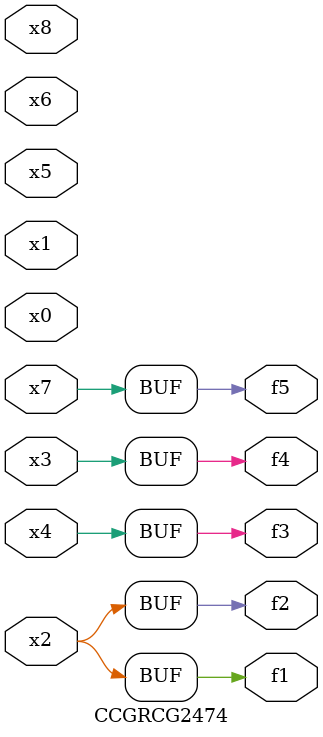
<source format=v>
module CCGRCG2474(
	input x0, x1, x2, x3, x4, x5, x6, x7, x8,
	output f1, f2, f3, f4, f5
);
	assign f1 = x2;
	assign f2 = x2;
	assign f3 = x4;
	assign f4 = x3;
	assign f5 = x7;
endmodule

</source>
